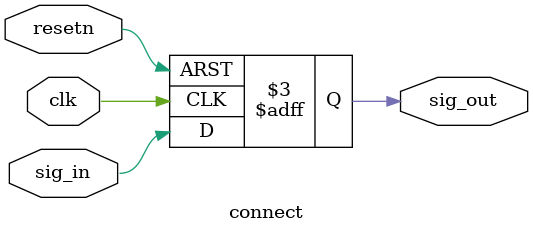
<source format=v>
`timescale 1ns / 1ps


module connect(
    input clk,
    input resetn,
    
    input sig_in,
    output reg sig_out
    );
    
    always @(posedge clk or negedge resetn) begin
        if(~resetn) begin
            sig_out <= 0;
        end
        else begin
            sig_out <= sig_in;
        end
    end

endmodule

</source>
